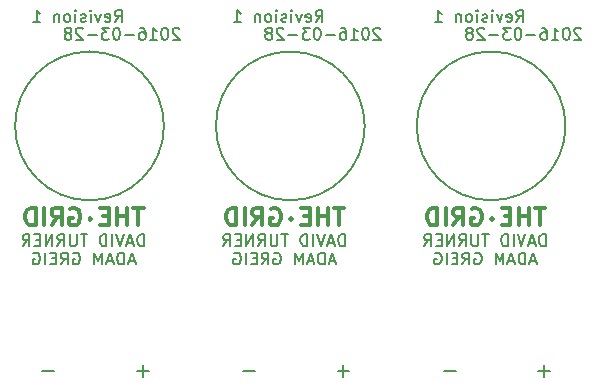
<source format=gbo>
G04 #@! TF.FileFunction,Legend,Bot*
%FSLAX46Y46*%
G04 Gerber Fmt 4.6, Leading zero omitted, Abs format (unit mm)*
G04 Created by KiCad (PCBNEW 4.0.2-4+6225~38~ubuntu15.10.1-stable) date Mon 28 Mar 2016 23:59:24 BST*
%MOMM*%
G01*
G04 APERTURE LIST*
%ADD10C,0.100000*%
%ADD11C,0.150000*%
%ADD12C,0.300000*%
G04 APERTURE END LIST*
D10*
D11*
X124892857Y-82202381D02*
X125226191Y-81726190D01*
X125464286Y-82202381D02*
X125464286Y-81202381D01*
X125083333Y-81202381D01*
X124988095Y-81250000D01*
X124940476Y-81297619D01*
X124892857Y-81392857D01*
X124892857Y-81535714D01*
X124940476Y-81630952D01*
X124988095Y-81678571D01*
X125083333Y-81726190D01*
X125464286Y-81726190D01*
X124083333Y-82154762D02*
X124178571Y-82202381D01*
X124369048Y-82202381D01*
X124464286Y-82154762D01*
X124511905Y-82059524D01*
X124511905Y-81678571D01*
X124464286Y-81583333D01*
X124369048Y-81535714D01*
X124178571Y-81535714D01*
X124083333Y-81583333D01*
X124035714Y-81678571D01*
X124035714Y-81773810D01*
X124511905Y-81869048D01*
X123702381Y-81535714D02*
X123464286Y-82202381D01*
X123226190Y-81535714D01*
X122845238Y-82202381D02*
X122845238Y-81535714D01*
X122845238Y-81202381D02*
X122892857Y-81250000D01*
X122845238Y-81297619D01*
X122797619Y-81250000D01*
X122845238Y-81202381D01*
X122845238Y-81297619D01*
X122416667Y-82154762D02*
X122321429Y-82202381D01*
X122130953Y-82202381D01*
X122035714Y-82154762D01*
X121988095Y-82059524D01*
X121988095Y-82011905D01*
X122035714Y-81916667D01*
X122130953Y-81869048D01*
X122273810Y-81869048D01*
X122369048Y-81821429D01*
X122416667Y-81726190D01*
X122416667Y-81678571D01*
X122369048Y-81583333D01*
X122273810Y-81535714D01*
X122130953Y-81535714D01*
X122035714Y-81583333D01*
X121559524Y-82202381D02*
X121559524Y-81535714D01*
X121559524Y-81202381D02*
X121607143Y-81250000D01*
X121559524Y-81297619D01*
X121511905Y-81250000D01*
X121559524Y-81202381D01*
X121559524Y-81297619D01*
X120940477Y-82202381D02*
X121035715Y-82154762D01*
X121083334Y-82107143D01*
X121130953Y-82011905D01*
X121130953Y-81726190D01*
X121083334Y-81630952D01*
X121035715Y-81583333D01*
X120940477Y-81535714D01*
X120797619Y-81535714D01*
X120702381Y-81583333D01*
X120654762Y-81630952D01*
X120607143Y-81726190D01*
X120607143Y-82011905D01*
X120654762Y-82107143D01*
X120702381Y-82154762D01*
X120797619Y-82202381D01*
X120940477Y-82202381D01*
X120178572Y-81535714D02*
X120178572Y-82202381D01*
X120178572Y-81630952D02*
X120130953Y-81583333D01*
X120035715Y-81535714D01*
X119892857Y-81535714D01*
X119797619Y-81583333D01*
X119750000Y-81678571D01*
X119750000Y-82202381D01*
X117988095Y-82202381D02*
X118559524Y-82202381D01*
X118273810Y-82202381D02*
X118273810Y-81202381D01*
X118369048Y-81345238D01*
X118464286Y-81440476D01*
X118559524Y-81488095D01*
X130357143Y-82797619D02*
X130309524Y-82750000D01*
X130214286Y-82702381D01*
X129976190Y-82702381D01*
X129880952Y-82750000D01*
X129833333Y-82797619D01*
X129785714Y-82892857D01*
X129785714Y-82988095D01*
X129833333Y-83130952D01*
X130404762Y-83702381D01*
X129785714Y-83702381D01*
X129166667Y-82702381D02*
X129071428Y-82702381D01*
X128976190Y-82750000D01*
X128928571Y-82797619D01*
X128880952Y-82892857D01*
X128833333Y-83083333D01*
X128833333Y-83321429D01*
X128880952Y-83511905D01*
X128928571Y-83607143D01*
X128976190Y-83654762D01*
X129071428Y-83702381D01*
X129166667Y-83702381D01*
X129261905Y-83654762D01*
X129309524Y-83607143D01*
X129357143Y-83511905D01*
X129404762Y-83321429D01*
X129404762Y-83083333D01*
X129357143Y-82892857D01*
X129309524Y-82797619D01*
X129261905Y-82750000D01*
X129166667Y-82702381D01*
X127880952Y-83702381D02*
X128452381Y-83702381D01*
X128166667Y-83702381D02*
X128166667Y-82702381D01*
X128261905Y-82845238D01*
X128357143Y-82940476D01*
X128452381Y-82988095D01*
X127023809Y-82702381D02*
X127214286Y-82702381D01*
X127309524Y-82750000D01*
X127357143Y-82797619D01*
X127452381Y-82940476D01*
X127500000Y-83130952D01*
X127500000Y-83511905D01*
X127452381Y-83607143D01*
X127404762Y-83654762D01*
X127309524Y-83702381D01*
X127119047Y-83702381D01*
X127023809Y-83654762D01*
X126976190Y-83607143D01*
X126928571Y-83511905D01*
X126928571Y-83273810D01*
X126976190Y-83178571D01*
X127023809Y-83130952D01*
X127119047Y-83083333D01*
X127309524Y-83083333D01*
X127404762Y-83130952D01*
X127452381Y-83178571D01*
X127500000Y-83273810D01*
X126500000Y-83321429D02*
X125738095Y-83321429D01*
X125071429Y-82702381D02*
X124976190Y-82702381D01*
X124880952Y-82750000D01*
X124833333Y-82797619D01*
X124785714Y-82892857D01*
X124738095Y-83083333D01*
X124738095Y-83321429D01*
X124785714Y-83511905D01*
X124833333Y-83607143D01*
X124880952Y-83654762D01*
X124976190Y-83702381D01*
X125071429Y-83702381D01*
X125166667Y-83654762D01*
X125214286Y-83607143D01*
X125261905Y-83511905D01*
X125309524Y-83321429D01*
X125309524Y-83083333D01*
X125261905Y-82892857D01*
X125214286Y-82797619D01*
X125166667Y-82750000D01*
X125071429Y-82702381D01*
X124404762Y-82702381D02*
X123785714Y-82702381D01*
X124119048Y-83083333D01*
X123976190Y-83083333D01*
X123880952Y-83130952D01*
X123833333Y-83178571D01*
X123785714Y-83273810D01*
X123785714Y-83511905D01*
X123833333Y-83607143D01*
X123880952Y-83654762D01*
X123976190Y-83702381D01*
X124261905Y-83702381D01*
X124357143Y-83654762D01*
X124404762Y-83607143D01*
X123357143Y-83321429D02*
X122595238Y-83321429D01*
X122166667Y-82797619D02*
X122119048Y-82750000D01*
X122023810Y-82702381D01*
X121785714Y-82702381D01*
X121690476Y-82750000D01*
X121642857Y-82797619D01*
X121595238Y-82892857D01*
X121595238Y-82988095D01*
X121642857Y-83130952D01*
X122214286Y-83702381D01*
X121595238Y-83702381D01*
X121023810Y-83130952D02*
X121119048Y-83083333D01*
X121166667Y-83035714D01*
X121214286Y-82940476D01*
X121214286Y-82892857D01*
X121166667Y-82797619D01*
X121119048Y-82750000D01*
X121023810Y-82702381D01*
X120833333Y-82702381D01*
X120738095Y-82750000D01*
X120690476Y-82797619D01*
X120642857Y-82892857D01*
X120642857Y-82940476D01*
X120690476Y-83035714D01*
X120738095Y-83083333D01*
X120833333Y-83130952D01*
X121023810Y-83130952D01*
X121119048Y-83178571D01*
X121166667Y-83226190D01*
X121214286Y-83321429D01*
X121214286Y-83511905D01*
X121166667Y-83607143D01*
X121119048Y-83654762D01*
X121023810Y-83702381D01*
X120833333Y-83702381D01*
X120738095Y-83654762D01*
X120690476Y-83607143D01*
X120642857Y-83511905D01*
X120642857Y-83321429D01*
X120690476Y-83226190D01*
X120738095Y-83178571D01*
X120833333Y-83130952D01*
X127369048Y-101177381D02*
X127369048Y-100177381D01*
X127130953Y-100177381D01*
X126988095Y-100225000D01*
X126892857Y-100320238D01*
X126845238Y-100415476D01*
X126797619Y-100605952D01*
X126797619Y-100748810D01*
X126845238Y-100939286D01*
X126892857Y-101034524D01*
X126988095Y-101129762D01*
X127130953Y-101177381D01*
X127369048Y-101177381D01*
X126416667Y-100891667D02*
X125940476Y-100891667D01*
X126511905Y-101177381D02*
X126178572Y-100177381D01*
X125845238Y-101177381D01*
X125654762Y-100177381D02*
X125321429Y-101177381D01*
X124988095Y-100177381D01*
X124654762Y-101177381D02*
X124654762Y-100177381D01*
X124178572Y-101177381D02*
X124178572Y-100177381D01*
X123940477Y-100177381D01*
X123797619Y-100225000D01*
X123702381Y-100320238D01*
X123654762Y-100415476D01*
X123607143Y-100605952D01*
X123607143Y-100748810D01*
X123654762Y-100939286D01*
X123702381Y-101034524D01*
X123797619Y-101129762D01*
X123940477Y-101177381D01*
X124178572Y-101177381D01*
X122559524Y-100177381D02*
X121988095Y-100177381D01*
X122273810Y-101177381D02*
X122273810Y-100177381D01*
X121654762Y-100177381D02*
X121654762Y-100986905D01*
X121607143Y-101082143D01*
X121559524Y-101129762D01*
X121464286Y-101177381D01*
X121273809Y-101177381D01*
X121178571Y-101129762D01*
X121130952Y-101082143D01*
X121083333Y-100986905D01*
X121083333Y-100177381D01*
X120035714Y-101177381D02*
X120369048Y-100701190D01*
X120607143Y-101177381D02*
X120607143Y-100177381D01*
X120226190Y-100177381D01*
X120130952Y-100225000D01*
X120083333Y-100272619D01*
X120035714Y-100367857D01*
X120035714Y-100510714D01*
X120083333Y-100605952D01*
X120130952Y-100653571D01*
X120226190Y-100701190D01*
X120607143Y-100701190D01*
X119607143Y-101177381D02*
X119607143Y-100177381D01*
X119035714Y-101177381D01*
X119035714Y-100177381D01*
X118559524Y-100653571D02*
X118226190Y-100653571D01*
X118083333Y-101177381D02*
X118559524Y-101177381D01*
X118559524Y-100177381D01*
X118083333Y-100177381D01*
X117083333Y-101177381D02*
X117416667Y-100701190D01*
X117654762Y-101177381D02*
X117654762Y-100177381D01*
X117273809Y-100177381D01*
X117178571Y-100225000D01*
X117130952Y-100272619D01*
X117083333Y-100367857D01*
X117083333Y-100510714D01*
X117130952Y-100605952D01*
X117178571Y-100653571D01*
X117273809Y-100701190D01*
X117654762Y-100701190D01*
X126559524Y-102441667D02*
X126083333Y-102441667D01*
X126654762Y-102727381D02*
X126321429Y-101727381D01*
X125988095Y-102727381D01*
X125654762Y-102727381D02*
X125654762Y-101727381D01*
X125416667Y-101727381D01*
X125273809Y-101775000D01*
X125178571Y-101870238D01*
X125130952Y-101965476D01*
X125083333Y-102155952D01*
X125083333Y-102298810D01*
X125130952Y-102489286D01*
X125178571Y-102584524D01*
X125273809Y-102679762D01*
X125416667Y-102727381D01*
X125654762Y-102727381D01*
X124702381Y-102441667D02*
X124226190Y-102441667D01*
X124797619Y-102727381D02*
X124464286Y-101727381D01*
X124130952Y-102727381D01*
X123797619Y-102727381D02*
X123797619Y-101727381D01*
X123464285Y-102441667D01*
X123130952Y-101727381D01*
X123130952Y-102727381D01*
X121369047Y-101775000D02*
X121464285Y-101727381D01*
X121607142Y-101727381D01*
X121750000Y-101775000D01*
X121845238Y-101870238D01*
X121892857Y-101965476D01*
X121940476Y-102155952D01*
X121940476Y-102298810D01*
X121892857Y-102489286D01*
X121845238Y-102584524D01*
X121750000Y-102679762D01*
X121607142Y-102727381D01*
X121511904Y-102727381D01*
X121369047Y-102679762D01*
X121321428Y-102632143D01*
X121321428Y-102298810D01*
X121511904Y-102298810D01*
X120321428Y-102727381D02*
X120654762Y-102251190D01*
X120892857Y-102727381D02*
X120892857Y-101727381D01*
X120511904Y-101727381D01*
X120416666Y-101775000D01*
X120369047Y-101822619D01*
X120321428Y-101917857D01*
X120321428Y-102060714D01*
X120369047Y-102155952D01*
X120416666Y-102203571D01*
X120511904Y-102251190D01*
X120892857Y-102251190D01*
X119892857Y-102203571D02*
X119559523Y-102203571D01*
X119416666Y-102727381D02*
X119892857Y-102727381D01*
X119892857Y-101727381D01*
X119416666Y-101727381D01*
X118988095Y-102727381D02*
X118988095Y-101727381D01*
X117988095Y-101775000D02*
X118083333Y-101727381D01*
X118226190Y-101727381D01*
X118369048Y-101775000D01*
X118464286Y-101870238D01*
X118511905Y-101965476D01*
X118559524Y-102155952D01*
X118559524Y-102298810D01*
X118511905Y-102489286D01*
X118464286Y-102584524D01*
X118369048Y-102679762D01*
X118226190Y-102727381D01*
X118130952Y-102727381D01*
X117988095Y-102679762D01*
X117940476Y-102632143D01*
X117940476Y-102298810D01*
X118130952Y-102298810D01*
D12*
X127321429Y-97928571D02*
X126464286Y-97928571D01*
X126892857Y-99428571D02*
X126892857Y-97928571D01*
X125964286Y-99428571D02*
X125964286Y-97928571D01*
X125964286Y-98642857D02*
X125107143Y-98642857D01*
X125107143Y-99428571D02*
X125107143Y-97928571D01*
X124392857Y-98642857D02*
X123892857Y-98642857D01*
X123678571Y-99428571D02*
X124392857Y-99428571D01*
X124392857Y-97928571D01*
X123678571Y-97928571D01*
X122821428Y-98785714D02*
X122892857Y-98857143D01*
X122821428Y-98928571D01*
X122750000Y-98857143D01*
X122821428Y-98785714D01*
X122821428Y-98928571D01*
X121107143Y-98000000D02*
X121250000Y-97928571D01*
X121464286Y-97928571D01*
X121678571Y-98000000D01*
X121821429Y-98142857D01*
X121892857Y-98285714D01*
X121964286Y-98571429D01*
X121964286Y-98785714D01*
X121892857Y-99071429D01*
X121821429Y-99214286D01*
X121678571Y-99357143D01*
X121464286Y-99428571D01*
X121321429Y-99428571D01*
X121107143Y-99357143D01*
X121035714Y-99285714D01*
X121035714Y-98785714D01*
X121321429Y-98785714D01*
X119535714Y-99428571D02*
X120035714Y-98714286D01*
X120392857Y-99428571D02*
X120392857Y-97928571D01*
X119821429Y-97928571D01*
X119678571Y-98000000D01*
X119607143Y-98071429D01*
X119535714Y-98214286D01*
X119535714Y-98428571D01*
X119607143Y-98571429D01*
X119678571Y-98642857D01*
X119821429Y-98714286D01*
X120392857Y-98714286D01*
X118892857Y-99428571D02*
X118892857Y-97928571D01*
X118178571Y-99428571D02*
X118178571Y-97928571D01*
X117821428Y-97928571D01*
X117607143Y-98000000D01*
X117464285Y-98142857D01*
X117392857Y-98285714D01*
X117321428Y-98571429D01*
X117321428Y-98785714D01*
X117392857Y-99071429D01*
X117464285Y-99214286D01*
X117607143Y-99357143D01*
X117821428Y-99428571D01*
X118178571Y-99428571D01*
D11*
X124892857Y-82202381D02*
X125226191Y-81726190D01*
X125464286Y-82202381D02*
X125464286Y-81202381D01*
X125083333Y-81202381D01*
X124988095Y-81250000D01*
X124940476Y-81297619D01*
X124892857Y-81392857D01*
X124892857Y-81535714D01*
X124940476Y-81630952D01*
X124988095Y-81678571D01*
X125083333Y-81726190D01*
X125464286Y-81726190D01*
X124083333Y-82154762D02*
X124178571Y-82202381D01*
X124369048Y-82202381D01*
X124464286Y-82154762D01*
X124511905Y-82059524D01*
X124511905Y-81678571D01*
X124464286Y-81583333D01*
X124369048Y-81535714D01*
X124178571Y-81535714D01*
X124083333Y-81583333D01*
X124035714Y-81678571D01*
X124035714Y-81773810D01*
X124511905Y-81869048D01*
X123702381Y-81535714D02*
X123464286Y-82202381D01*
X123226190Y-81535714D01*
X122845238Y-82202381D02*
X122845238Y-81535714D01*
X122845238Y-81202381D02*
X122892857Y-81250000D01*
X122845238Y-81297619D01*
X122797619Y-81250000D01*
X122845238Y-81202381D01*
X122845238Y-81297619D01*
X122416667Y-82154762D02*
X122321429Y-82202381D01*
X122130953Y-82202381D01*
X122035714Y-82154762D01*
X121988095Y-82059524D01*
X121988095Y-82011905D01*
X122035714Y-81916667D01*
X122130953Y-81869048D01*
X122273810Y-81869048D01*
X122369048Y-81821429D01*
X122416667Y-81726190D01*
X122416667Y-81678571D01*
X122369048Y-81583333D01*
X122273810Y-81535714D01*
X122130953Y-81535714D01*
X122035714Y-81583333D01*
X121559524Y-82202381D02*
X121559524Y-81535714D01*
X121559524Y-81202381D02*
X121607143Y-81250000D01*
X121559524Y-81297619D01*
X121511905Y-81250000D01*
X121559524Y-81202381D01*
X121559524Y-81297619D01*
X120940477Y-82202381D02*
X121035715Y-82154762D01*
X121083334Y-82107143D01*
X121130953Y-82011905D01*
X121130953Y-81726190D01*
X121083334Y-81630952D01*
X121035715Y-81583333D01*
X120940477Y-81535714D01*
X120797619Y-81535714D01*
X120702381Y-81583333D01*
X120654762Y-81630952D01*
X120607143Y-81726190D01*
X120607143Y-82011905D01*
X120654762Y-82107143D01*
X120702381Y-82154762D01*
X120797619Y-82202381D01*
X120940477Y-82202381D01*
X120178572Y-81535714D02*
X120178572Y-82202381D01*
X120178572Y-81630952D02*
X120130953Y-81583333D01*
X120035715Y-81535714D01*
X119892857Y-81535714D01*
X119797619Y-81583333D01*
X119750000Y-81678571D01*
X119750000Y-82202381D01*
X117988095Y-82202381D02*
X118559524Y-82202381D01*
X118273810Y-82202381D02*
X118273810Y-81202381D01*
X118369048Y-81345238D01*
X118464286Y-81440476D01*
X118559524Y-81488095D01*
X130357143Y-82797619D02*
X130309524Y-82750000D01*
X130214286Y-82702381D01*
X129976190Y-82702381D01*
X129880952Y-82750000D01*
X129833333Y-82797619D01*
X129785714Y-82892857D01*
X129785714Y-82988095D01*
X129833333Y-83130952D01*
X130404762Y-83702381D01*
X129785714Y-83702381D01*
X129166667Y-82702381D02*
X129071428Y-82702381D01*
X128976190Y-82750000D01*
X128928571Y-82797619D01*
X128880952Y-82892857D01*
X128833333Y-83083333D01*
X128833333Y-83321429D01*
X128880952Y-83511905D01*
X128928571Y-83607143D01*
X128976190Y-83654762D01*
X129071428Y-83702381D01*
X129166667Y-83702381D01*
X129261905Y-83654762D01*
X129309524Y-83607143D01*
X129357143Y-83511905D01*
X129404762Y-83321429D01*
X129404762Y-83083333D01*
X129357143Y-82892857D01*
X129309524Y-82797619D01*
X129261905Y-82750000D01*
X129166667Y-82702381D01*
X127880952Y-83702381D02*
X128452381Y-83702381D01*
X128166667Y-83702381D02*
X128166667Y-82702381D01*
X128261905Y-82845238D01*
X128357143Y-82940476D01*
X128452381Y-82988095D01*
X127023809Y-82702381D02*
X127214286Y-82702381D01*
X127309524Y-82750000D01*
X127357143Y-82797619D01*
X127452381Y-82940476D01*
X127500000Y-83130952D01*
X127500000Y-83511905D01*
X127452381Y-83607143D01*
X127404762Y-83654762D01*
X127309524Y-83702381D01*
X127119047Y-83702381D01*
X127023809Y-83654762D01*
X126976190Y-83607143D01*
X126928571Y-83511905D01*
X126928571Y-83273810D01*
X126976190Y-83178571D01*
X127023809Y-83130952D01*
X127119047Y-83083333D01*
X127309524Y-83083333D01*
X127404762Y-83130952D01*
X127452381Y-83178571D01*
X127500000Y-83273810D01*
X126500000Y-83321429D02*
X125738095Y-83321429D01*
X125071429Y-82702381D02*
X124976190Y-82702381D01*
X124880952Y-82750000D01*
X124833333Y-82797619D01*
X124785714Y-82892857D01*
X124738095Y-83083333D01*
X124738095Y-83321429D01*
X124785714Y-83511905D01*
X124833333Y-83607143D01*
X124880952Y-83654762D01*
X124976190Y-83702381D01*
X125071429Y-83702381D01*
X125166667Y-83654762D01*
X125214286Y-83607143D01*
X125261905Y-83511905D01*
X125309524Y-83321429D01*
X125309524Y-83083333D01*
X125261905Y-82892857D01*
X125214286Y-82797619D01*
X125166667Y-82750000D01*
X125071429Y-82702381D01*
X124404762Y-82702381D02*
X123785714Y-82702381D01*
X124119048Y-83083333D01*
X123976190Y-83083333D01*
X123880952Y-83130952D01*
X123833333Y-83178571D01*
X123785714Y-83273810D01*
X123785714Y-83511905D01*
X123833333Y-83607143D01*
X123880952Y-83654762D01*
X123976190Y-83702381D01*
X124261905Y-83702381D01*
X124357143Y-83654762D01*
X124404762Y-83607143D01*
X123357143Y-83321429D02*
X122595238Y-83321429D01*
X122166667Y-82797619D02*
X122119048Y-82750000D01*
X122023810Y-82702381D01*
X121785714Y-82702381D01*
X121690476Y-82750000D01*
X121642857Y-82797619D01*
X121595238Y-82892857D01*
X121595238Y-82988095D01*
X121642857Y-83130952D01*
X122214286Y-83702381D01*
X121595238Y-83702381D01*
X121023810Y-83130952D02*
X121119048Y-83083333D01*
X121166667Y-83035714D01*
X121214286Y-82940476D01*
X121214286Y-82892857D01*
X121166667Y-82797619D01*
X121119048Y-82750000D01*
X121023810Y-82702381D01*
X120833333Y-82702381D01*
X120738095Y-82750000D01*
X120690476Y-82797619D01*
X120642857Y-82892857D01*
X120642857Y-82940476D01*
X120690476Y-83035714D01*
X120738095Y-83083333D01*
X120833333Y-83130952D01*
X121023810Y-83130952D01*
X121119048Y-83178571D01*
X121166667Y-83226190D01*
X121214286Y-83321429D01*
X121214286Y-83511905D01*
X121166667Y-83607143D01*
X121119048Y-83654762D01*
X121023810Y-83702381D01*
X120833333Y-83702381D01*
X120738095Y-83654762D01*
X120690476Y-83607143D01*
X120642857Y-83511905D01*
X120642857Y-83321429D01*
X120690476Y-83226190D01*
X120738095Y-83178571D01*
X120833333Y-83130952D01*
X127369048Y-101177381D02*
X127369048Y-100177381D01*
X127130953Y-100177381D01*
X126988095Y-100225000D01*
X126892857Y-100320238D01*
X126845238Y-100415476D01*
X126797619Y-100605952D01*
X126797619Y-100748810D01*
X126845238Y-100939286D01*
X126892857Y-101034524D01*
X126988095Y-101129762D01*
X127130953Y-101177381D01*
X127369048Y-101177381D01*
X126416667Y-100891667D02*
X125940476Y-100891667D01*
X126511905Y-101177381D02*
X126178572Y-100177381D01*
X125845238Y-101177381D01*
X125654762Y-100177381D02*
X125321429Y-101177381D01*
X124988095Y-100177381D01*
X124654762Y-101177381D02*
X124654762Y-100177381D01*
X124178572Y-101177381D02*
X124178572Y-100177381D01*
X123940477Y-100177381D01*
X123797619Y-100225000D01*
X123702381Y-100320238D01*
X123654762Y-100415476D01*
X123607143Y-100605952D01*
X123607143Y-100748810D01*
X123654762Y-100939286D01*
X123702381Y-101034524D01*
X123797619Y-101129762D01*
X123940477Y-101177381D01*
X124178572Y-101177381D01*
X122559524Y-100177381D02*
X121988095Y-100177381D01*
X122273810Y-101177381D02*
X122273810Y-100177381D01*
X121654762Y-100177381D02*
X121654762Y-100986905D01*
X121607143Y-101082143D01*
X121559524Y-101129762D01*
X121464286Y-101177381D01*
X121273809Y-101177381D01*
X121178571Y-101129762D01*
X121130952Y-101082143D01*
X121083333Y-100986905D01*
X121083333Y-100177381D01*
X120035714Y-101177381D02*
X120369048Y-100701190D01*
X120607143Y-101177381D02*
X120607143Y-100177381D01*
X120226190Y-100177381D01*
X120130952Y-100225000D01*
X120083333Y-100272619D01*
X120035714Y-100367857D01*
X120035714Y-100510714D01*
X120083333Y-100605952D01*
X120130952Y-100653571D01*
X120226190Y-100701190D01*
X120607143Y-100701190D01*
X119607143Y-101177381D02*
X119607143Y-100177381D01*
X119035714Y-101177381D01*
X119035714Y-100177381D01*
X118559524Y-100653571D02*
X118226190Y-100653571D01*
X118083333Y-101177381D02*
X118559524Y-101177381D01*
X118559524Y-100177381D01*
X118083333Y-100177381D01*
X117083333Y-101177381D02*
X117416667Y-100701190D01*
X117654762Y-101177381D02*
X117654762Y-100177381D01*
X117273809Y-100177381D01*
X117178571Y-100225000D01*
X117130952Y-100272619D01*
X117083333Y-100367857D01*
X117083333Y-100510714D01*
X117130952Y-100605952D01*
X117178571Y-100653571D01*
X117273809Y-100701190D01*
X117654762Y-100701190D01*
X126559524Y-102441667D02*
X126083333Y-102441667D01*
X126654762Y-102727381D02*
X126321429Y-101727381D01*
X125988095Y-102727381D01*
X125654762Y-102727381D02*
X125654762Y-101727381D01*
X125416667Y-101727381D01*
X125273809Y-101775000D01*
X125178571Y-101870238D01*
X125130952Y-101965476D01*
X125083333Y-102155952D01*
X125083333Y-102298810D01*
X125130952Y-102489286D01*
X125178571Y-102584524D01*
X125273809Y-102679762D01*
X125416667Y-102727381D01*
X125654762Y-102727381D01*
X124702381Y-102441667D02*
X124226190Y-102441667D01*
X124797619Y-102727381D02*
X124464286Y-101727381D01*
X124130952Y-102727381D01*
X123797619Y-102727381D02*
X123797619Y-101727381D01*
X123464285Y-102441667D01*
X123130952Y-101727381D01*
X123130952Y-102727381D01*
X121369047Y-101775000D02*
X121464285Y-101727381D01*
X121607142Y-101727381D01*
X121750000Y-101775000D01*
X121845238Y-101870238D01*
X121892857Y-101965476D01*
X121940476Y-102155952D01*
X121940476Y-102298810D01*
X121892857Y-102489286D01*
X121845238Y-102584524D01*
X121750000Y-102679762D01*
X121607142Y-102727381D01*
X121511904Y-102727381D01*
X121369047Y-102679762D01*
X121321428Y-102632143D01*
X121321428Y-102298810D01*
X121511904Y-102298810D01*
X120321428Y-102727381D02*
X120654762Y-102251190D01*
X120892857Y-102727381D02*
X120892857Y-101727381D01*
X120511904Y-101727381D01*
X120416666Y-101775000D01*
X120369047Y-101822619D01*
X120321428Y-101917857D01*
X120321428Y-102060714D01*
X120369047Y-102155952D01*
X120416666Y-102203571D01*
X120511904Y-102251190D01*
X120892857Y-102251190D01*
X119892857Y-102203571D02*
X119559523Y-102203571D01*
X119416666Y-102727381D02*
X119892857Y-102727381D01*
X119892857Y-101727381D01*
X119416666Y-101727381D01*
X118988095Y-102727381D02*
X118988095Y-101727381D01*
X117988095Y-101775000D02*
X118083333Y-101727381D01*
X118226190Y-101727381D01*
X118369048Y-101775000D01*
X118464286Y-101870238D01*
X118511905Y-101965476D01*
X118559524Y-102155952D01*
X118559524Y-102298810D01*
X118511905Y-102489286D01*
X118464286Y-102584524D01*
X118369048Y-102679762D01*
X118226190Y-102727381D01*
X118130952Y-102727381D01*
X117988095Y-102679762D01*
X117940476Y-102632143D01*
X117940476Y-102298810D01*
X118130952Y-102298810D01*
D12*
X127321429Y-97928571D02*
X126464286Y-97928571D01*
X126892857Y-99428571D02*
X126892857Y-97928571D01*
X125964286Y-99428571D02*
X125964286Y-97928571D01*
X125964286Y-98642857D02*
X125107143Y-98642857D01*
X125107143Y-99428571D02*
X125107143Y-97928571D01*
X124392857Y-98642857D02*
X123892857Y-98642857D01*
X123678571Y-99428571D02*
X124392857Y-99428571D01*
X124392857Y-97928571D01*
X123678571Y-97928571D01*
X122821428Y-98785714D02*
X122892857Y-98857143D01*
X122821428Y-98928571D01*
X122750000Y-98857143D01*
X122821428Y-98785714D01*
X122821428Y-98928571D01*
X121107143Y-98000000D02*
X121250000Y-97928571D01*
X121464286Y-97928571D01*
X121678571Y-98000000D01*
X121821429Y-98142857D01*
X121892857Y-98285714D01*
X121964286Y-98571429D01*
X121964286Y-98785714D01*
X121892857Y-99071429D01*
X121821429Y-99214286D01*
X121678571Y-99357143D01*
X121464286Y-99428571D01*
X121321429Y-99428571D01*
X121107143Y-99357143D01*
X121035714Y-99285714D01*
X121035714Y-98785714D01*
X121321429Y-98785714D01*
X119535714Y-99428571D02*
X120035714Y-98714286D01*
X120392857Y-99428571D02*
X120392857Y-97928571D01*
X119821429Y-97928571D01*
X119678571Y-98000000D01*
X119607143Y-98071429D01*
X119535714Y-98214286D01*
X119535714Y-98428571D01*
X119607143Y-98571429D01*
X119678571Y-98642857D01*
X119821429Y-98714286D01*
X120392857Y-98714286D01*
X118892857Y-99428571D02*
X118892857Y-97928571D01*
X118178571Y-99428571D02*
X118178571Y-97928571D01*
X117821428Y-97928571D01*
X117607143Y-98000000D01*
X117464285Y-98142857D01*
X117392857Y-98285714D01*
X117321428Y-98571429D01*
X117321428Y-98785714D01*
X117392857Y-99071429D01*
X117464285Y-99214286D01*
X117607143Y-99357143D01*
X117821428Y-99428571D01*
X118178571Y-99428571D01*
D11*
X141892857Y-82202381D02*
X142226191Y-81726190D01*
X142464286Y-82202381D02*
X142464286Y-81202381D01*
X142083333Y-81202381D01*
X141988095Y-81250000D01*
X141940476Y-81297619D01*
X141892857Y-81392857D01*
X141892857Y-81535714D01*
X141940476Y-81630952D01*
X141988095Y-81678571D01*
X142083333Y-81726190D01*
X142464286Y-81726190D01*
X141083333Y-82154762D02*
X141178571Y-82202381D01*
X141369048Y-82202381D01*
X141464286Y-82154762D01*
X141511905Y-82059524D01*
X141511905Y-81678571D01*
X141464286Y-81583333D01*
X141369048Y-81535714D01*
X141178571Y-81535714D01*
X141083333Y-81583333D01*
X141035714Y-81678571D01*
X141035714Y-81773810D01*
X141511905Y-81869048D01*
X140702381Y-81535714D02*
X140464286Y-82202381D01*
X140226190Y-81535714D01*
X139845238Y-82202381D02*
X139845238Y-81535714D01*
X139845238Y-81202381D02*
X139892857Y-81250000D01*
X139845238Y-81297619D01*
X139797619Y-81250000D01*
X139845238Y-81202381D01*
X139845238Y-81297619D01*
X139416667Y-82154762D02*
X139321429Y-82202381D01*
X139130953Y-82202381D01*
X139035714Y-82154762D01*
X138988095Y-82059524D01*
X138988095Y-82011905D01*
X139035714Y-81916667D01*
X139130953Y-81869048D01*
X139273810Y-81869048D01*
X139369048Y-81821429D01*
X139416667Y-81726190D01*
X139416667Y-81678571D01*
X139369048Y-81583333D01*
X139273810Y-81535714D01*
X139130953Y-81535714D01*
X139035714Y-81583333D01*
X138559524Y-82202381D02*
X138559524Y-81535714D01*
X138559524Y-81202381D02*
X138607143Y-81250000D01*
X138559524Y-81297619D01*
X138511905Y-81250000D01*
X138559524Y-81202381D01*
X138559524Y-81297619D01*
X137940477Y-82202381D02*
X138035715Y-82154762D01*
X138083334Y-82107143D01*
X138130953Y-82011905D01*
X138130953Y-81726190D01*
X138083334Y-81630952D01*
X138035715Y-81583333D01*
X137940477Y-81535714D01*
X137797619Y-81535714D01*
X137702381Y-81583333D01*
X137654762Y-81630952D01*
X137607143Y-81726190D01*
X137607143Y-82011905D01*
X137654762Y-82107143D01*
X137702381Y-82154762D01*
X137797619Y-82202381D01*
X137940477Y-82202381D01*
X137178572Y-81535714D02*
X137178572Y-82202381D01*
X137178572Y-81630952D02*
X137130953Y-81583333D01*
X137035715Y-81535714D01*
X136892857Y-81535714D01*
X136797619Y-81583333D01*
X136750000Y-81678571D01*
X136750000Y-82202381D01*
X134988095Y-82202381D02*
X135559524Y-82202381D01*
X135273810Y-82202381D02*
X135273810Y-81202381D01*
X135369048Y-81345238D01*
X135464286Y-81440476D01*
X135559524Y-81488095D01*
X147357143Y-82797619D02*
X147309524Y-82750000D01*
X147214286Y-82702381D01*
X146976190Y-82702381D01*
X146880952Y-82750000D01*
X146833333Y-82797619D01*
X146785714Y-82892857D01*
X146785714Y-82988095D01*
X146833333Y-83130952D01*
X147404762Y-83702381D01*
X146785714Y-83702381D01*
X146166667Y-82702381D02*
X146071428Y-82702381D01*
X145976190Y-82750000D01*
X145928571Y-82797619D01*
X145880952Y-82892857D01*
X145833333Y-83083333D01*
X145833333Y-83321429D01*
X145880952Y-83511905D01*
X145928571Y-83607143D01*
X145976190Y-83654762D01*
X146071428Y-83702381D01*
X146166667Y-83702381D01*
X146261905Y-83654762D01*
X146309524Y-83607143D01*
X146357143Y-83511905D01*
X146404762Y-83321429D01*
X146404762Y-83083333D01*
X146357143Y-82892857D01*
X146309524Y-82797619D01*
X146261905Y-82750000D01*
X146166667Y-82702381D01*
X144880952Y-83702381D02*
X145452381Y-83702381D01*
X145166667Y-83702381D02*
X145166667Y-82702381D01*
X145261905Y-82845238D01*
X145357143Y-82940476D01*
X145452381Y-82988095D01*
X144023809Y-82702381D02*
X144214286Y-82702381D01*
X144309524Y-82750000D01*
X144357143Y-82797619D01*
X144452381Y-82940476D01*
X144500000Y-83130952D01*
X144500000Y-83511905D01*
X144452381Y-83607143D01*
X144404762Y-83654762D01*
X144309524Y-83702381D01*
X144119047Y-83702381D01*
X144023809Y-83654762D01*
X143976190Y-83607143D01*
X143928571Y-83511905D01*
X143928571Y-83273810D01*
X143976190Y-83178571D01*
X144023809Y-83130952D01*
X144119047Y-83083333D01*
X144309524Y-83083333D01*
X144404762Y-83130952D01*
X144452381Y-83178571D01*
X144500000Y-83273810D01*
X143500000Y-83321429D02*
X142738095Y-83321429D01*
X142071429Y-82702381D02*
X141976190Y-82702381D01*
X141880952Y-82750000D01*
X141833333Y-82797619D01*
X141785714Y-82892857D01*
X141738095Y-83083333D01*
X141738095Y-83321429D01*
X141785714Y-83511905D01*
X141833333Y-83607143D01*
X141880952Y-83654762D01*
X141976190Y-83702381D01*
X142071429Y-83702381D01*
X142166667Y-83654762D01*
X142214286Y-83607143D01*
X142261905Y-83511905D01*
X142309524Y-83321429D01*
X142309524Y-83083333D01*
X142261905Y-82892857D01*
X142214286Y-82797619D01*
X142166667Y-82750000D01*
X142071429Y-82702381D01*
X141404762Y-82702381D02*
X140785714Y-82702381D01*
X141119048Y-83083333D01*
X140976190Y-83083333D01*
X140880952Y-83130952D01*
X140833333Y-83178571D01*
X140785714Y-83273810D01*
X140785714Y-83511905D01*
X140833333Y-83607143D01*
X140880952Y-83654762D01*
X140976190Y-83702381D01*
X141261905Y-83702381D01*
X141357143Y-83654762D01*
X141404762Y-83607143D01*
X140357143Y-83321429D02*
X139595238Y-83321429D01*
X139166667Y-82797619D02*
X139119048Y-82750000D01*
X139023810Y-82702381D01*
X138785714Y-82702381D01*
X138690476Y-82750000D01*
X138642857Y-82797619D01*
X138595238Y-82892857D01*
X138595238Y-82988095D01*
X138642857Y-83130952D01*
X139214286Y-83702381D01*
X138595238Y-83702381D01*
X138023810Y-83130952D02*
X138119048Y-83083333D01*
X138166667Y-83035714D01*
X138214286Y-82940476D01*
X138214286Y-82892857D01*
X138166667Y-82797619D01*
X138119048Y-82750000D01*
X138023810Y-82702381D01*
X137833333Y-82702381D01*
X137738095Y-82750000D01*
X137690476Y-82797619D01*
X137642857Y-82892857D01*
X137642857Y-82940476D01*
X137690476Y-83035714D01*
X137738095Y-83083333D01*
X137833333Y-83130952D01*
X138023810Y-83130952D01*
X138119048Y-83178571D01*
X138166667Y-83226190D01*
X138214286Y-83321429D01*
X138214286Y-83511905D01*
X138166667Y-83607143D01*
X138119048Y-83654762D01*
X138023810Y-83702381D01*
X137833333Y-83702381D01*
X137738095Y-83654762D01*
X137690476Y-83607143D01*
X137642857Y-83511905D01*
X137642857Y-83321429D01*
X137690476Y-83226190D01*
X137738095Y-83178571D01*
X137833333Y-83130952D01*
X144369048Y-101177381D02*
X144369048Y-100177381D01*
X144130953Y-100177381D01*
X143988095Y-100225000D01*
X143892857Y-100320238D01*
X143845238Y-100415476D01*
X143797619Y-100605952D01*
X143797619Y-100748810D01*
X143845238Y-100939286D01*
X143892857Y-101034524D01*
X143988095Y-101129762D01*
X144130953Y-101177381D01*
X144369048Y-101177381D01*
X143416667Y-100891667D02*
X142940476Y-100891667D01*
X143511905Y-101177381D02*
X143178572Y-100177381D01*
X142845238Y-101177381D01*
X142654762Y-100177381D02*
X142321429Y-101177381D01*
X141988095Y-100177381D01*
X141654762Y-101177381D02*
X141654762Y-100177381D01*
X141178572Y-101177381D02*
X141178572Y-100177381D01*
X140940477Y-100177381D01*
X140797619Y-100225000D01*
X140702381Y-100320238D01*
X140654762Y-100415476D01*
X140607143Y-100605952D01*
X140607143Y-100748810D01*
X140654762Y-100939286D01*
X140702381Y-101034524D01*
X140797619Y-101129762D01*
X140940477Y-101177381D01*
X141178572Y-101177381D01*
X139559524Y-100177381D02*
X138988095Y-100177381D01*
X139273810Y-101177381D02*
X139273810Y-100177381D01*
X138654762Y-100177381D02*
X138654762Y-100986905D01*
X138607143Y-101082143D01*
X138559524Y-101129762D01*
X138464286Y-101177381D01*
X138273809Y-101177381D01*
X138178571Y-101129762D01*
X138130952Y-101082143D01*
X138083333Y-100986905D01*
X138083333Y-100177381D01*
X137035714Y-101177381D02*
X137369048Y-100701190D01*
X137607143Y-101177381D02*
X137607143Y-100177381D01*
X137226190Y-100177381D01*
X137130952Y-100225000D01*
X137083333Y-100272619D01*
X137035714Y-100367857D01*
X137035714Y-100510714D01*
X137083333Y-100605952D01*
X137130952Y-100653571D01*
X137226190Y-100701190D01*
X137607143Y-100701190D01*
X136607143Y-101177381D02*
X136607143Y-100177381D01*
X136035714Y-101177381D01*
X136035714Y-100177381D01*
X135559524Y-100653571D02*
X135226190Y-100653571D01*
X135083333Y-101177381D02*
X135559524Y-101177381D01*
X135559524Y-100177381D01*
X135083333Y-100177381D01*
X134083333Y-101177381D02*
X134416667Y-100701190D01*
X134654762Y-101177381D02*
X134654762Y-100177381D01*
X134273809Y-100177381D01*
X134178571Y-100225000D01*
X134130952Y-100272619D01*
X134083333Y-100367857D01*
X134083333Y-100510714D01*
X134130952Y-100605952D01*
X134178571Y-100653571D01*
X134273809Y-100701190D01*
X134654762Y-100701190D01*
X143559524Y-102441667D02*
X143083333Y-102441667D01*
X143654762Y-102727381D02*
X143321429Y-101727381D01*
X142988095Y-102727381D01*
X142654762Y-102727381D02*
X142654762Y-101727381D01*
X142416667Y-101727381D01*
X142273809Y-101775000D01*
X142178571Y-101870238D01*
X142130952Y-101965476D01*
X142083333Y-102155952D01*
X142083333Y-102298810D01*
X142130952Y-102489286D01*
X142178571Y-102584524D01*
X142273809Y-102679762D01*
X142416667Y-102727381D01*
X142654762Y-102727381D01*
X141702381Y-102441667D02*
X141226190Y-102441667D01*
X141797619Y-102727381D02*
X141464286Y-101727381D01*
X141130952Y-102727381D01*
X140797619Y-102727381D02*
X140797619Y-101727381D01*
X140464285Y-102441667D01*
X140130952Y-101727381D01*
X140130952Y-102727381D01*
X138369047Y-101775000D02*
X138464285Y-101727381D01*
X138607142Y-101727381D01*
X138750000Y-101775000D01*
X138845238Y-101870238D01*
X138892857Y-101965476D01*
X138940476Y-102155952D01*
X138940476Y-102298810D01*
X138892857Y-102489286D01*
X138845238Y-102584524D01*
X138750000Y-102679762D01*
X138607142Y-102727381D01*
X138511904Y-102727381D01*
X138369047Y-102679762D01*
X138321428Y-102632143D01*
X138321428Y-102298810D01*
X138511904Y-102298810D01*
X137321428Y-102727381D02*
X137654762Y-102251190D01*
X137892857Y-102727381D02*
X137892857Y-101727381D01*
X137511904Y-101727381D01*
X137416666Y-101775000D01*
X137369047Y-101822619D01*
X137321428Y-101917857D01*
X137321428Y-102060714D01*
X137369047Y-102155952D01*
X137416666Y-102203571D01*
X137511904Y-102251190D01*
X137892857Y-102251190D01*
X136892857Y-102203571D02*
X136559523Y-102203571D01*
X136416666Y-102727381D02*
X136892857Y-102727381D01*
X136892857Y-101727381D01*
X136416666Y-101727381D01*
X135988095Y-102727381D02*
X135988095Y-101727381D01*
X134988095Y-101775000D02*
X135083333Y-101727381D01*
X135226190Y-101727381D01*
X135369048Y-101775000D01*
X135464286Y-101870238D01*
X135511905Y-101965476D01*
X135559524Y-102155952D01*
X135559524Y-102298810D01*
X135511905Y-102489286D01*
X135464286Y-102584524D01*
X135369048Y-102679762D01*
X135226190Y-102727381D01*
X135130952Y-102727381D01*
X134988095Y-102679762D01*
X134940476Y-102632143D01*
X134940476Y-102298810D01*
X135130952Y-102298810D01*
D12*
X144321429Y-97928571D02*
X143464286Y-97928571D01*
X143892857Y-99428571D02*
X143892857Y-97928571D01*
X142964286Y-99428571D02*
X142964286Y-97928571D01*
X142964286Y-98642857D02*
X142107143Y-98642857D01*
X142107143Y-99428571D02*
X142107143Y-97928571D01*
X141392857Y-98642857D02*
X140892857Y-98642857D01*
X140678571Y-99428571D02*
X141392857Y-99428571D01*
X141392857Y-97928571D01*
X140678571Y-97928571D01*
X139821428Y-98785714D02*
X139892857Y-98857143D01*
X139821428Y-98928571D01*
X139750000Y-98857143D01*
X139821428Y-98785714D01*
X139821428Y-98928571D01*
X138107143Y-98000000D02*
X138250000Y-97928571D01*
X138464286Y-97928571D01*
X138678571Y-98000000D01*
X138821429Y-98142857D01*
X138892857Y-98285714D01*
X138964286Y-98571429D01*
X138964286Y-98785714D01*
X138892857Y-99071429D01*
X138821429Y-99214286D01*
X138678571Y-99357143D01*
X138464286Y-99428571D01*
X138321429Y-99428571D01*
X138107143Y-99357143D01*
X138035714Y-99285714D01*
X138035714Y-98785714D01*
X138321429Y-98785714D01*
X136535714Y-99428571D02*
X137035714Y-98714286D01*
X137392857Y-99428571D02*
X137392857Y-97928571D01*
X136821429Y-97928571D01*
X136678571Y-98000000D01*
X136607143Y-98071429D01*
X136535714Y-98214286D01*
X136535714Y-98428571D01*
X136607143Y-98571429D01*
X136678571Y-98642857D01*
X136821429Y-98714286D01*
X137392857Y-98714286D01*
X135892857Y-99428571D02*
X135892857Y-97928571D01*
X135178571Y-99428571D02*
X135178571Y-97928571D01*
X134821428Y-97928571D01*
X134607143Y-98000000D01*
X134464285Y-98142857D01*
X134392857Y-98285714D01*
X134321428Y-98571429D01*
X134321428Y-98785714D01*
X134392857Y-99071429D01*
X134464285Y-99214286D01*
X134607143Y-99357143D01*
X134821428Y-99428571D01*
X135178571Y-99428571D01*
D11*
X158892857Y-82202381D02*
X159226191Y-81726190D01*
X159464286Y-82202381D02*
X159464286Y-81202381D01*
X159083333Y-81202381D01*
X158988095Y-81250000D01*
X158940476Y-81297619D01*
X158892857Y-81392857D01*
X158892857Y-81535714D01*
X158940476Y-81630952D01*
X158988095Y-81678571D01*
X159083333Y-81726190D01*
X159464286Y-81726190D01*
X158083333Y-82154762D02*
X158178571Y-82202381D01*
X158369048Y-82202381D01*
X158464286Y-82154762D01*
X158511905Y-82059524D01*
X158511905Y-81678571D01*
X158464286Y-81583333D01*
X158369048Y-81535714D01*
X158178571Y-81535714D01*
X158083333Y-81583333D01*
X158035714Y-81678571D01*
X158035714Y-81773810D01*
X158511905Y-81869048D01*
X157702381Y-81535714D02*
X157464286Y-82202381D01*
X157226190Y-81535714D01*
X156845238Y-82202381D02*
X156845238Y-81535714D01*
X156845238Y-81202381D02*
X156892857Y-81250000D01*
X156845238Y-81297619D01*
X156797619Y-81250000D01*
X156845238Y-81202381D01*
X156845238Y-81297619D01*
X156416667Y-82154762D02*
X156321429Y-82202381D01*
X156130953Y-82202381D01*
X156035714Y-82154762D01*
X155988095Y-82059524D01*
X155988095Y-82011905D01*
X156035714Y-81916667D01*
X156130953Y-81869048D01*
X156273810Y-81869048D01*
X156369048Y-81821429D01*
X156416667Y-81726190D01*
X156416667Y-81678571D01*
X156369048Y-81583333D01*
X156273810Y-81535714D01*
X156130953Y-81535714D01*
X156035714Y-81583333D01*
X155559524Y-82202381D02*
X155559524Y-81535714D01*
X155559524Y-81202381D02*
X155607143Y-81250000D01*
X155559524Y-81297619D01*
X155511905Y-81250000D01*
X155559524Y-81202381D01*
X155559524Y-81297619D01*
X154940477Y-82202381D02*
X155035715Y-82154762D01*
X155083334Y-82107143D01*
X155130953Y-82011905D01*
X155130953Y-81726190D01*
X155083334Y-81630952D01*
X155035715Y-81583333D01*
X154940477Y-81535714D01*
X154797619Y-81535714D01*
X154702381Y-81583333D01*
X154654762Y-81630952D01*
X154607143Y-81726190D01*
X154607143Y-82011905D01*
X154654762Y-82107143D01*
X154702381Y-82154762D01*
X154797619Y-82202381D01*
X154940477Y-82202381D01*
X154178572Y-81535714D02*
X154178572Y-82202381D01*
X154178572Y-81630952D02*
X154130953Y-81583333D01*
X154035715Y-81535714D01*
X153892857Y-81535714D01*
X153797619Y-81583333D01*
X153750000Y-81678571D01*
X153750000Y-82202381D01*
X151988095Y-82202381D02*
X152559524Y-82202381D01*
X152273810Y-82202381D02*
X152273810Y-81202381D01*
X152369048Y-81345238D01*
X152464286Y-81440476D01*
X152559524Y-81488095D01*
X164357143Y-82797619D02*
X164309524Y-82750000D01*
X164214286Y-82702381D01*
X163976190Y-82702381D01*
X163880952Y-82750000D01*
X163833333Y-82797619D01*
X163785714Y-82892857D01*
X163785714Y-82988095D01*
X163833333Y-83130952D01*
X164404762Y-83702381D01*
X163785714Y-83702381D01*
X163166667Y-82702381D02*
X163071428Y-82702381D01*
X162976190Y-82750000D01*
X162928571Y-82797619D01*
X162880952Y-82892857D01*
X162833333Y-83083333D01*
X162833333Y-83321429D01*
X162880952Y-83511905D01*
X162928571Y-83607143D01*
X162976190Y-83654762D01*
X163071428Y-83702381D01*
X163166667Y-83702381D01*
X163261905Y-83654762D01*
X163309524Y-83607143D01*
X163357143Y-83511905D01*
X163404762Y-83321429D01*
X163404762Y-83083333D01*
X163357143Y-82892857D01*
X163309524Y-82797619D01*
X163261905Y-82750000D01*
X163166667Y-82702381D01*
X161880952Y-83702381D02*
X162452381Y-83702381D01*
X162166667Y-83702381D02*
X162166667Y-82702381D01*
X162261905Y-82845238D01*
X162357143Y-82940476D01*
X162452381Y-82988095D01*
X161023809Y-82702381D02*
X161214286Y-82702381D01*
X161309524Y-82750000D01*
X161357143Y-82797619D01*
X161452381Y-82940476D01*
X161500000Y-83130952D01*
X161500000Y-83511905D01*
X161452381Y-83607143D01*
X161404762Y-83654762D01*
X161309524Y-83702381D01*
X161119047Y-83702381D01*
X161023809Y-83654762D01*
X160976190Y-83607143D01*
X160928571Y-83511905D01*
X160928571Y-83273810D01*
X160976190Y-83178571D01*
X161023809Y-83130952D01*
X161119047Y-83083333D01*
X161309524Y-83083333D01*
X161404762Y-83130952D01*
X161452381Y-83178571D01*
X161500000Y-83273810D01*
X160500000Y-83321429D02*
X159738095Y-83321429D01*
X159071429Y-82702381D02*
X158976190Y-82702381D01*
X158880952Y-82750000D01*
X158833333Y-82797619D01*
X158785714Y-82892857D01*
X158738095Y-83083333D01*
X158738095Y-83321429D01*
X158785714Y-83511905D01*
X158833333Y-83607143D01*
X158880952Y-83654762D01*
X158976190Y-83702381D01*
X159071429Y-83702381D01*
X159166667Y-83654762D01*
X159214286Y-83607143D01*
X159261905Y-83511905D01*
X159309524Y-83321429D01*
X159309524Y-83083333D01*
X159261905Y-82892857D01*
X159214286Y-82797619D01*
X159166667Y-82750000D01*
X159071429Y-82702381D01*
X158404762Y-82702381D02*
X157785714Y-82702381D01*
X158119048Y-83083333D01*
X157976190Y-83083333D01*
X157880952Y-83130952D01*
X157833333Y-83178571D01*
X157785714Y-83273810D01*
X157785714Y-83511905D01*
X157833333Y-83607143D01*
X157880952Y-83654762D01*
X157976190Y-83702381D01*
X158261905Y-83702381D01*
X158357143Y-83654762D01*
X158404762Y-83607143D01*
X157357143Y-83321429D02*
X156595238Y-83321429D01*
X156166667Y-82797619D02*
X156119048Y-82750000D01*
X156023810Y-82702381D01*
X155785714Y-82702381D01*
X155690476Y-82750000D01*
X155642857Y-82797619D01*
X155595238Y-82892857D01*
X155595238Y-82988095D01*
X155642857Y-83130952D01*
X156214286Y-83702381D01*
X155595238Y-83702381D01*
X155023810Y-83130952D02*
X155119048Y-83083333D01*
X155166667Y-83035714D01*
X155214286Y-82940476D01*
X155214286Y-82892857D01*
X155166667Y-82797619D01*
X155119048Y-82750000D01*
X155023810Y-82702381D01*
X154833333Y-82702381D01*
X154738095Y-82750000D01*
X154690476Y-82797619D01*
X154642857Y-82892857D01*
X154642857Y-82940476D01*
X154690476Y-83035714D01*
X154738095Y-83083333D01*
X154833333Y-83130952D01*
X155023810Y-83130952D01*
X155119048Y-83178571D01*
X155166667Y-83226190D01*
X155214286Y-83321429D01*
X155214286Y-83511905D01*
X155166667Y-83607143D01*
X155119048Y-83654762D01*
X155023810Y-83702381D01*
X154833333Y-83702381D01*
X154738095Y-83654762D01*
X154690476Y-83607143D01*
X154642857Y-83511905D01*
X154642857Y-83321429D01*
X154690476Y-83226190D01*
X154738095Y-83178571D01*
X154833333Y-83130952D01*
X161369048Y-101177381D02*
X161369048Y-100177381D01*
X161130953Y-100177381D01*
X160988095Y-100225000D01*
X160892857Y-100320238D01*
X160845238Y-100415476D01*
X160797619Y-100605952D01*
X160797619Y-100748810D01*
X160845238Y-100939286D01*
X160892857Y-101034524D01*
X160988095Y-101129762D01*
X161130953Y-101177381D01*
X161369048Y-101177381D01*
X160416667Y-100891667D02*
X159940476Y-100891667D01*
X160511905Y-101177381D02*
X160178572Y-100177381D01*
X159845238Y-101177381D01*
X159654762Y-100177381D02*
X159321429Y-101177381D01*
X158988095Y-100177381D01*
X158654762Y-101177381D02*
X158654762Y-100177381D01*
X158178572Y-101177381D02*
X158178572Y-100177381D01*
X157940477Y-100177381D01*
X157797619Y-100225000D01*
X157702381Y-100320238D01*
X157654762Y-100415476D01*
X157607143Y-100605952D01*
X157607143Y-100748810D01*
X157654762Y-100939286D01*
X157702381Y-101034524D01*
X157797619Y-101129762D01*
X157940477Y-101177381D01*
X158178572Y-101177381D01*
X156559524Y-100177381D02*
X155988095Y-100177381D01*
X156273810Y-101177381D02*
X156273810Y-100177381D01*
X155654762Y-100177381D02*
X155654762Y-100986905D01*
X155607143Y-101082143D01*
X155559524Y-101129762D01*
X155464286Y-101177381D01*
X155273809Y-101177381D01*
X155178571Y-101129762D01*
X155130952Y-101082143D01*
X155083333Y-100986905D01*
X155083333Y-100177381D01*
X154035714Y-101177381D02*
X154369048Y-100701190D01*
X154607143Y-101177381D02*
X154607143Y-100177381D01*
X154226190Y-100177381D01*
X154130952Y-100225000D01*
X154083333Y-100272619D01*
X154035714Y-100367857D01*
X154035714Y-100510714D01*
X154083333Y-100605952D01*
X154130952Y-100653571D01*
X154226190Y-100701190D01*
X154607143Y-100701190D01*
X153607143Y-101177381D02*
X153607143Y-100177381D01*
X153035714Y-101177381D01*
X153035714Y-100177381D01*
X152559524Y-100653571D02*
X152226190Y-100653571D01*
X152083333Y-101177381D02*
X152559524Y-101177381D01*
X152559524Y-100177381D01*
X152083333Y-100177381D01*
X151083333Y-101177381D02*
X151416667Y-100701190D01*
X151654762Y-101177381D02*
X151654762Y-100177381D01*
X151273809Y-100177381D01*
X151178571Y-100225000D01*
X151130952Y-100272619D01*
X151083333Y-100367857D01*
X151083333Y-100510714D01*
X151130952Y-100605952D01*
X151178571Y-100653571D01*
X151273809Y-100701190D01*
X151654762Y-100701190D01*
X160559524Y-102441667D02*
X160083333Y-102441667D01*
X160654762Y-102727381D02*
X160321429Y-101727381D01*
X159988095Y-102727381D01*
X159654762Y-102727381D02*
X159654762Y-101727381D01*
X159416667Y-101727381D01*
X159273809Y-101775000D01*
X159178571Y-101870238D01*
X159130952Y-101965476D01*
X159083333Y-102155952D01*
X159083333Y-102298810D01*
X159130952Y-102489286D01*
X159178571Y-102584524D01*
X159273809Y-102679762D01*
X159416667Y-102727381D01*
X159654762Y-102727381D01*
X158702381Y-102441667D02*
X158226190Y-102441667D01*
X158797619Y-102727381D02*
X158464286Y-101727381D01*
X158130952Y-102727381D01*
X157797619Y-102727381D02*
X157797619Y-101727381D01*
X157464285Y-102441667D01*
X157130952Y-101727381D01*
X157130952Y-102727381D01*
X155369047Y-101775000D02*
X155464285Y-101727381D01*
X155607142Y-101727381D01*
X155750000Y-101775000D01*
X155845238Y-101870238D01*
X155892857Y-101965476D01*
X155940476Y-102155952D01*
X155940476Y-102298810D01*
X155892857Y-102489286D01*
X155845238Y-102584524D01*
X155750000Y-102679762D01*
X155607142Y-102727381D01*
X155511904Y-102727381D01*
X155369047Y-102679762D01*
X155321428Y-102632143D01*
X155321428Y-102298810D01*
X155511904Y-102298810D01*
X154321428Y-102727381D02*
X154654762Y-102251190D01*
X154892857Y-102727381D02*
X154892857Y-101727381D01*
X154511904Y-101727381D01*
X154416666Y-101775000D01*
X154369047Y-101822619D01*
X154321428Y-101917857D01*
X154321428Y-102060714D01*
X154369047Y-102155952D01*
X154416666Y-102203571D01*
X154511904Y-102251190D01*
X154892857Y-102251190D01*
X153892857Y-102203571D02*
X153559523Y-102203571D01*
X153416666Y-102727381D02*
X153892857Y-102727381D01*
X153892857Y-101727381D01*
X153416666Y-101727381D01*
X152988095Y-102727381D02*
X152988095Y-101727381D01*
X151988095Y-101775000D02*
X152083333Y-101727381D01*
X152226190Y-101727381D01*
X152369048Y-101775000D01*
X152464286Y-101870238D01*
X152511905Y-101965476D01*
X152559524Y-102155952D01*
X152559524Y-102298810D01*
X152511905Y-102489286D01*
X152464286Y-102584524D01*
X152369048Y-102679762D01*
X152226190Y-102727381D01*
X152130952Y-102727381D01*
X151988095Y-102679762D01*
X151940476Y-102632143D01*
X151940476Y-102298810D01*
X152130952Y-102298810D01*
D12*
X161321429Y-97928571D02*
X160464286Y-97928571D01*
X160892857Y-99428571D02*
X160892857Y-97928571D01*
X159964286Y-99428571D02*
X159964286Y-97928571D01*
X159964286Y-98642857D02*
X159107143Y-98642857D01*
X159107143Y-99428571D02*
X159107143Y-97928571D01*
X158392857Y-98642857D02*
X157892857Y-98642857D01*
X157678571Y-99428571D02*
X158392857Y-99428571D01*
X158392857Y-97928571D01*
X157678571Y-97928571D01*
X156821428Y-98785714D02*
X156892857Y-98857143D01*
X156821428Y-98928571D01*
X156750000Y-98857143D01*
X156821428Y-98785714D01*
X156821428Y-98928571D01*
X155107143Y-98000000D02*
X155250000Y-97928571D01*
X155464286Y-97928571D01*
X155678571Y-98000000D01*
X155821429Y-98142857D01*
X155892857Y-98285714D01*
X155964286Y-98571429D01*
X155964286Y-98785714D01*
X155892857Y-99071429D01*
X155821429Y-99214286D01*
X155678571Y-99357143D01*
X155464286Y-99428571D01*
X155321429Y-99428571D01*
X155107143Y-99357143D01*
X155035714Y-99285714D01*
X155035714Y-98785714D01*
X155321429Y-98785714D01*
X153535714Y-99428571D02*
X154035714Y-98714286D01*
X154392857Y-99428571D02*
X154392857Y-97928571D01*
X153821429Y-97928571D01*
X153678571Y-98000000D01*
X153607143Y-98071429D01*
X153535714Y-98214286D01*
X153535714Y-98428571D01*
X153607143Y-98571429D01*
X153678571Y-98642857D01*
X153821429Y-98714286D01*
X154392857Y-98714286D01*
X152892857Y-99428571D02*
X152892857Y-97928571D01*
X152178571Y-99428571D02*
X152178571Y-97928571D01*
X151821428Y-97928571D01*
X151607143Y-98000000D01*
X151464285Y-98142857D01*
X151392857Y-98285714D01*
X151321428Y-98571429D01*
X151321428Y-98785714D01*
X151392857Y-99071429D01*
X151464285Y-99214286D01*
X151607143Y-99357143D01*
X151821428Y-99428571D01*
X152178571Y-99428571D01*
D11*
X127250000Y-111250000D02*
X127250000Y-112250000D01*
X126750000Y-111750000D02*
X127750000Y-111750000D01*
X118750000Y-111750000D02*
X119750000Y-111750000D01*
X129050000Y-91000000D02*
G75*
G03X129050000Y-91000000I-6300000J0D01*
G01*
X127250000Y-111250000D02*
X127250000Y-112250000D01*
X126750000Y-111750000D02*
X127750000Y-111750000D01*
X118750000Y-111750000D02*
X119750000Y-111750000D01*
X129050000Y-91000000D02*
G75*
G03X129050000Y-91000000I-6300000J0D01*
G01*
X144250000Y-111250000D02*
X144250000Y-112250000D01*
X143750000Y-111750000D02*
X144750000Y-111750000D01*
X135750000Y-111750000D02*
X136750000Y-111750000D01*
X146050000Y-91000000D02*
G75*
G03X146050000Y-91000000I-6300000J0D01*
G01*
X161250000Y-111250000D02*
X161250000Y-112250000D01*
X160750000Y-111750000D02*
X161750000Y-111750000D01*
X152750000Y-111750000D02*
X153750000Y-111750000D01*
X163050000Y-91000000D02*
G75*
G03X163050000Y-91000000I-6300000J0D01*
G01*
M02*

</source>
